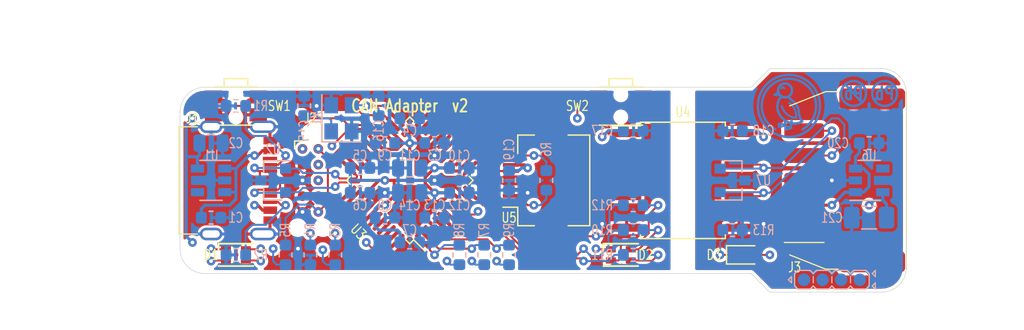
<source format=kicad_pcb>
(kicad_pcb (version 20211014) (generator pcbnew)
  (layers (0 "F.Cu" signal) (1 "In1.Cu" power) (2 "In2.Cu" power) (31 "B.Cu" signal) (34 "B.Paste" user) (35 "F.Paste" user) (36 "B.SilkS" user "B.Silkscreen") (37 "F.SilkS" user "F.Silkscreen") (38 "B.Mask" user) (39 "F.Mask" user) (44 "Edge.Cuts" user))
  (net 0 "")
  (net 1 "gnd")
  (net 2 "v3v3")
  (net 3 "can_gnd")
  (net 4 "can_vcan")
  (net 5 "vusb")
  (net 6 "led_can.res.a")
  (net 7 "rgb_usb.package.green_k")
  (net 8 "rgb_usb.package.red_k")
  (net 9 "crystal.crystal.a")
  (net 10 "usb_net.d_P")
  (net 11 "usb_net.d_N")
  (net 12 "rgb_can.blue_res.a")
  (net 13 "rgb_usb.package.blue_k")
  (net 14 "rgb_can.red_res.a")
  (net 15 "lcd.led_res.b")
  (net 16 "crystal.crystal.b")
  (net 17 "can_reg.pwr_out")
  (net 18 "rgb_can.package.green_k")
  (net 19 "usb.port.B5")
  (net 20 "usb.port.A5")
  (net 21 "mcu.swd.reset")
  (net 22 "lcd.led")
  (net 23 "sw_can.out")
  (net 24 "sw_usb.a")
  (net 25 "rgb_usb.green")
  (net 26 "rgb_can.green")
  (net 27 "rgb_can.blue")
  (net 28 "mcu.swd.swo")
  (net 29 "mcu.swd.swdio")
  (net 30 "mcu.swd.swclk")
  (net 31 "mcu.spi_1.sck")
  (net 32 "mcu.spi_1.mosi")
  (net 33 "mcu.digital_18")
  (net 34 "mcu.digital_17")
  (net 35 "mcu.digital_16")
  (net 36 "mcu.digital_15")
  (net 37 "mcu.digital_13")
  (net 38 "mcu.digital_12")
  (net 39 "mcu.can_0.txd")
  (net 40 "mcu.can_0.rxd")
  (net 41 "can_esd.can.canh")
  (net 42 "can.differential.canl")
  (footprint "Connector_FFC-FPC:Hirose_FH12-8S-0.5SH_1x08-1MP_P0.50mm_Horizontal" (layer "F.Cu") (at 174 56 90)
    (fp_text reference "U5")
    (fp_text value "QT096T_IF09, FH12-8S-0.5SH(55)")
  )
  (footprint "LED_SMD:LED_0603_1608Metric" (layer "F.Cu") (at 191 62)
    (fp_text reference "D3")
    (fp_text value "LED")
  )
  (footprint "Package_QFP:LQFP-48_7x7mm_P0.5mm" (layer "F.Cu") (at 164 56 135)
    (fp_text reference "U3")
    (fp_text value "LPC1549JBD48 (NXP)")
  )
  (footprint "calisco:LED_RGB_0606" (layer "F.Cu") (at 181 62)
    (fp_text reference "D2")
    (fp_text value "EAST1616RGBB2 (Everlight Electronics Co Ltd)")
  )
  (footprint "calisco:LED_RGB_0606" (layer "F.Cu") (at 150 62)
    (fp_text reference "D1")
    (fp_text value "EAST1616RGBB2 (Everlight Electronics Co Ltd)")
  )
  (footprint "Package_SO:SOP-8_6.62x9.15mm_P2.54mm" (layer "F.Cu") (at 186 56)
    (fp_text reference "U4")
    (fp_text value "ISO1050DUB (Texas Instruments)")
  )
  (footprint "calisco:USB_C_Receptacle_BSC_A40-00119" (layer "F.Cu") (at 148 56 -90)
    (fp_text reference "J1")
    (fp_text value "COM-15111 (Sparkfun)")
  )
  (footprint "Connector:Tag-Connect_TC2050-IDC-NL_2x05_P1.27mm_Vertical" (layer "F.Cu") (at 156 56 -90)
    (fp_text reference "J2")
    (fp_text value "SWD")
  )
  (footprint "calisco:Molex_DuraClik_502352_1x05_P2.00mm_Horizontal" (layer "F.Cu") (at 204 56 90)
    (fp_text reference "J3")
    (fp_text value "5023520500 (Molex)")
  )
  (footprint "Button_Switch_SMD:SW_SPST_EVQP7C" (layer "F.Cu") (at 150 50 180)
    (fp_text reference "SW1")
    (fp_text value "EVQ-P7C01P")
  )
  (footprint "Button_Switch_SMD:SW_SPST_EVQP7C" (layer "F.Cu") (at 181 50 180)
    (fp_text reference "SW2")
    (fp_text value "EVQ-P7C01P")
  )
  (footprint "Package_TO_SOT_SMD:SOT-23-5" (layer "B.Cu") (at 201 56)
    (fp_text reference "U6")
    (fp_text value "AP2204K-5.0 (Diodes Incorporated)")
  )
  (footprint "Capacitor_SMD:C_0603_1608Metric" (layer "B.Cu") (at 201 53)
    (fp_text reference "C20")
    (fp_text value "CL10A105KA8NNNC (Samsung Electro-Mechanics) - 1µF, 25V")
  )
  (footprint "Capacitor_SMD:C_0603_1608Metric" (layer "B.Cu") (at 155.5 50 90)
    (fp_text reference "C15")
    (fp_text value "CC0603GRNPO9BN180 (Yageo) - 18pF, 50V")
  )
  (footprint "Capacitor_SMD:C_0603_1608Metric" (layer "B.Cu") (at 161.5 50 90)
    (fp_text reference "C16")
    (fp_text value "CC0603GRNPO9BN180 (Yageo) - 18pF, 50V")
  )
  (footprint "Resistor_SMD:R_0603_1608Metric" (layer "B.Cu") (at 175 56 -90)
    (fp_text reference "R6")
    (fp_text value "100, 1%, 0.1W")
  )
  (footprint "Resistor_SMD:R_0603_1608Metric" (layer "B.Cu") (at 190 60)
    (fp_text reference "R13")
    (fp_text value "1k, 1%, 0.1W")
  )
  (footprint "Capacitor_SMD:C_0603_1608Metric" (layer "B.Cu") (at 160 55)
    (fp_text reference "C5")
    (fp_text value "CL10B104KB8NNNC (Samsung Electro-Mechanics) - 0.1µF, 50V")
  )
  (footprint "Resistor_SMD:R_0603_1608Metric" (layer "B.Cu") (at 154 62 90)
    (fp_text reference "R5")
    (fp_text value "10k, 1%, 0.1W")
  )
  (footprint "Resistor_SMD:R_0603_1608Metric" (layer "B.Cu") (at 156 62 90)
    (fp_text reference "R4")
    (fp_text value "10k, 1%, 0.1W")
  )
  (footprint "Resistor_SMD:R_0603_1608Metric" (layer "B.Cu") (at 158 62 90)
    (fp_text reference "R3")
    (fp_text value "10k, 1%, 0.1W")
  )
  (footprint "Capacitor_SMD:C_0603_1608Metric" (layer "B.Cu") (at 166 59)
    (fp_text reference "C13")
    (fp_text value "CL10B104KB8NNNC (Samsung Electro-Mechanics) - 0.1µF, 50V")
  )
  (footprint "Resistor_SMD:R_0603_1608Metric" (layer "B.Cu") (at 182 58 180)
    (fp_text reference "R12")
    (fp_text value "1k, 1%, 0.1W")
  )
  (footprint "Resistor_SMD:R_0603_1608Metric" (layer "B.Cu") (at 182 62 180)
    (fp_text reference "R11")
    (fp_text value "1k, 1%, 0.1W")
  )
  (footprint "Resistor_SMD:R_0603_1608Metric" (layer "B.Cu") (at 182 60 180)
    (fp_text reference "R10")
    (fp_text value "1k, 1%, 0.1W")
  )
  (footprint "Package_TO_SOT_SMD:SOT-23-5" (layer "B.Cu") (at 148 56 180)
    (fp_text reference "U1")
    (fp_text value "AP2204K-3.3 (Diodes Incorporated)")
  )
  (footprint "Capacitor_SMD:C_0603_1608Metric" (layer "B.Cu") (at 148 59)
    (fp_text reference "C1")
    (fp_text value "CL10A105KP8NNNC (Samsung Electro-Mechanics) - 1µF, 10V")
  )
  (footprint "Capacitor_SMD:C_0805_2012Metric" (layer "B.Cu") (at 148 53)
    (fp_text reference "C2")
    (fp_text value "CL21B225KPFNNNE (Samsung Electro-Mechanics) - 2.2µF, 10V")
  )
  (footprint "Capacitor_SMD:C_0603_1608Metric" (layer "B.Cu") (at 182 52)
    (fp_text reference "C17")
    (fp_text value "CL10B104KB8NNNC (Samsung Electro-Mechanics) - 0.1µF, 50V")
  )
  (footprint "calisco:Symbol_Duckling" (layer "B.Cu") (at 194.540188 50 180)
    (fp_text reference "U8" hide)
    (fp_text value "Duck" hide)
  )
  (footprint "calisco:Indicator_LeadFree" (layer "B.Cu") (at 201 49 180)
    (fp_text reference "1" hide)
    (fp_text value "LeadFree" hide)
  )
  (footprint "Capacitor_SMD:C_0603_1608Metric" (layer "B.Cu") (at 172 56 -90)
    (fp_text reference "C19")
    (fp_text value "CL10A105KP8NNNC (Samsung Electro-Mechanics) - 1µF, 10V")
  )
  (footprint "Package_TO_SOT_SMD:SOT-23" (layer "B.Cu") (at 190 56)
    (fp_text reference "U7")
    (fp_text value "PESD1CAN,215")
  )
  (footprint "Capacitor_SMD:C_0603_1608Metric" (layer "B.Cu") (at 190 52 180)
    (fp_text reference "C18")
    (fp_text value "CL10B104KB8NNNC (Samsung Electro-Mechanics) - 0.1µF, 50V")
  )
  (footprint "calisco:Indicator_IdDots_4" (layer "B.Cu") (at 198 64 180)
    (fp_text reference "2" hide)
    (fp_text value "IdDots4")
  )
  (footprint "Capacitor_SMD:C_0603_1608Metric" (layer "B.Cu") (at 164 51)
    (fp_text reference "C4")
    (fp_text value "CL10B103KB8NNNC (Samsung Electro-Mechanics) - 10000pF, 50V")
  )
  (footprint "Capacitor_SMD:C_0603_1608Metric" (layer "B.Cu") (at 168 57)
    (fp_text reference "C12")
    (fp_text value "CL10B104KB8NNNC (Samsung Electro-Mechanics) - 0.1µF, 50V")
  )
  (footprint "Capacitor_SMD:C_0805_2012Metric" (layer "B.Cu") (at 164 55 180)
    (fp_text reference "C11")
    (fp_text value "CL21A106KPFNNNE (Samsung Electro-Mechanics) - 10µF, 10V")
  )
  (footprint "Capacitor_SMD:C_0603_1608Metric" (layer "B.Cu") (at 168 55)
    (fp_text reference "C10")
    (fp_text value "CL10B104KB8NNNC (Samsung Electro-Mechanics) - 0.1µF, 50V")
  )
  (footprint "Capacitor_SMD:C_0603_1608Metric" (layer "B.Cu") (at 162 59)
    (fp_text reference "C8")
    (fp_text value "CL10B103KB8NNNC (Samsung Electro-Mechanics) - 10000pF, 50V")
  )
  (footprint "Capacitor_SMD:C_0603_1608Metric" (layer "B.Cu") (at 164 61)
    (fp_text reference "C7")
    (fp_text value "CL10B104KB8NNNC (Samsung Electro-Mechanics) - 0.1µF, 50V")
  )
  (footprint "Capacitor_SMD:C_0603_1608Metric" (layer "B.Cu") (at 160 57)
    (fp_text reference "C6")
    (fp_text value "CL10B103KB8NNNC (Samsung Electro-Mechanics) - 10000pF, 50V")
  )
  (footprint "Capacitor_SMD:C_0603_1608Metric" (layer "B.Cu") (at 166 53)
    (fp_text reference "C3")
    (fp_text value "CL10B104KB8NNNC (Samsung Electro-Mechanics) - 0.1µF, 50V")
  )
  (footprint "Capacitor_SMD:C_0805_2012Metric" (layer "B.Cu") (at 164 57 180)
    (fp_text reference "C14")
    (fp_text value "CL21A106KPFNNNE (Samsung Electro-Mechanics) - 10µF, 10V")
  )
  (footprint "Capacitor_SMD:C_1206_3216Metric" (layer "B.Cu") (at 201 59 180)
    (fp_text reference "C21")
    (fp_text value "CL31B225KOHNNNE (Samsung Electro-Mechanics) - 2.2µF, 16V")
  )
  (footprint "Resistor_SMD:R_0603_1608Metric" (layer "B.Cu") (at 150 62)
    (fp_text reference "R2")
    (fp_text value "5.1k, 1%, 0.1W")
  )
  (footprint "Resistor_SMD:R_0603_1608Metric" (layer "B.Cu") (at 150 50)
    (fp_text reference "R1")
    (fp_text value "5.1k, 1%, 0.1W")
  )
  (footprint "Package_TO_SOT_SMD:SOT-23" (layer "B.Cu") (at 153 56 180)
    (fp_text reference "U2")
    (fp_text value "TPD2E009 (Texas Instruments)")
  )
  (footprint "Capacitor_SMD:C_0603_1608Metric" (layer "B.Cu") (at 162 53 180)
    (fp_text reference "C9")
    (fp_text value "CL10B104KB8NNNC (Samsung Electro-Mechanics) - 0.1µF, 50V")
  )
  (footprint "Oscillator:Oscillator_SMD_Abracon_ASE-4Pin_3.2x2.5mm" (layer "B.Cu") (at 158.5 51 90)
    (fp_text reference "X1")
    (fp_text value "7V-12.000MAHE-T (TXC)")
  )
  (footprint "Resistor_SMD:R_0603_1608Metric" (layer "B.Cu") (at 168 62 90)
    (fp_text reference "R8")
    (fp_text value "1k, 1%, 0.1W")
  )
  (footprint "Resistor_SMD:R_0603_1608Metric" (layer "B.Cu") (at 170 62 90)
    (fp_text reference "R7")
    (fp_text value "1k, 1%, 0.1W")
  )
  (footprint "Resistor_SMD:R_0603_1608Metric" (layer "B.Cu") (at 172 62 90)
    (fp_text reference "R9")
    (fp_text value "1k, 1%, 0.1W")
  )
  (gr_line (start 191.5 63.5) (end 147.5 63.5) (layer "Edge.Cuts") (width 0.05))
  (gr_arc (start 147.5 63.5) (mid 146.085786 62.914214) (end 145.5 61.5) (layer "Edge.Cuts") (width 0.05))
  (gr_arc (start 202 47) (mid 203.414214 47.585786) (end 204 49) (layer "Edge.Cuts") (width 0.05))
  (gr_line (start 145.5 61.5) (end 145.5 50.5) (layer "Edge.Cuts") (width 0.05))
  (gr_line (start 193 65) (end 191.5 63.5) (layer "Edge.Cuts") (width 0.05))
  (gr_line (start 191.5 48.5) (end 193 47) (layer "Edge.Cuts") (width 0.05))
  (gr_arc (start 145.5 50.5) (mid 146.085786 49.085786) (end 147.5 48.5) (layer "Edge.Cuts") (width 0.05))
  (gr_line (start 147.5 48.5) (end 191.5 48.5) (layer "Edge.Cuts") (width 0.05))
  (gr_arc (start 204 63) (mid 203.414214 64.414214) (end 202 65) (layer "Edge.Cuts") (width 0.05))
  (gr_line (start 202 65) (end 193 65) (layer "Edge.Cuts") (width 0.05))
  (gr_line (start 204 49) (end 204 63) (layer "Edge.Cuts") (width 0.05))
  (gr_line (start 193 47) (end 202 47) (layer "Edge.Cuts") (width 0.05))
  (gr_text "CAN Adapter  v2" (at 164 50) (layer "F.SilkS") (effects (font (size 1 0.75))))
  (segment (start 166 56) (end 167.18198 56) (width 0.25) (layer "F.Cu") (net 1))
  (segment (start 165.75 53.75) (end 166 54) (width 0.25) (layer "F.Cu") (net 1))
  (segment (start 166.945714 54.114946) (end 166.114946 54.114946) (width 0.25) (layer "F.Cu") (net 1))
  (segment (start 167.18198 56) (end 168.534322 57.352342) (width 0.25) (layer "F.Cu") (net 1))
  (segment (start 162 57) (end 161.93934 57) (width 0.25) (layer "F.Cu") (net 1))
  (segment (start 161.93934 57) (end 160.526338 58.413002) (width 0.25) (layer "F.Cu") (net 1))
  (segment (start 166.321094 52.526338) (end 165.75 53.097432) (width 0.25) (layer "F.Cu") (net 1))
  (segment (start 152.745 52.8) (end 152.745 51.68) (width 0.25) (layer "F.Cu") (net 1))
  (segment (start 162 57) (end 161.232234 57) (width 0.25) (layer "F.Cu") (net 1))
  (segment (start 181.475 59.81) (end 179.81 59.81) (width 0.25) (layer "F.Cu") (net 1))
  (segment (start 172.15 57.25) (end 173.25 57.25) (width 0.25) (layer "F.Cu") (net 1))
  (segment (start 161.232234 57) (end 160.172785 58.059449) (width 0.25) (layer "F.Cu") (net 1))
  (segment (start 167.473662 53.586998) (end 166.945714 54.114946) (width 0.25) (layer "F.Cu") (net 1))
  (segment (start 152.745 59.2) (end 152.745 60.32) (width 0.25) (layer "F.Cu") (net 1))
  (segment (start 166.114946 54.114946) (end 166 54) (width 0.25) (layer "F.Cu") (net 1))
  (segment (start 173.25 57.25) (end 173.5 57) (width 0.25) (layer "F.Cu") (net 1))
  (segment (start 179.81 59.81) (end 179.5 59.5) (width 0.25) (layer "F.Cu") (net 1))
  (segment (start 165.75 53.097432) (end 165.75 53.75) (width 0.25) (layer "F.Cu") (net 1))
  (segment (start 166.413002 52.526338) (end 166.321094 52.526338) (width 0.25) (layer "F.Cu") (net 1))
  (via (at 155.365 58.54) (size 0.7) (drill 0.3) (layers "F.Cu" "B.Cu") (net 1))
  (via (at 155.365 56) (size 0.7) (drill 0.3) (layers "F.Cu" "B.Cu") (net 1))
  (via (at 162 57) (size 0.7) (drill 0.3) (layers "F.Cu" "B.Cu") (net 1))
  (via (at 155 61.5) (size 0.7) (drill 0.3) (layers "F.Cu" "B.Cu") (net 1))
  (via (at 166 54) (size 0.7) (drill 0.3) (layers "F.Cu" "B.Cu") (net 1))
  (via (at 166 56) (size 0.7) (drill 0.3) (layers "F.Cu" "B.Cu") (net 1))
  (via (at 179.5 59.5) (size 0.7) (drill 0.3) (layers "F.Cu" "B.Cu") (net 1))
  (via (at 173.5 57) (size 0.7) (drill 0.3) (layers "F.Cu" "B.Cu") (net 1))
  (segment (start 163.0625 56) (end 166 56) (width 0.25) (layer "B.Cu") (net 1))
  (segment (start 155.2875 62.7875) (end 155 62.5) (width 0.16) (layer "B.Cu") (net 1))
  (segment (start 164.7875 60.2875) (end 164.7875 61) (width 0.25) (layer "B.Cu") (net 1))
  (segment (start 165 52) (end 166.5 52) (width 0.25) (layer "B.Cu") (net 1))
  (segment (start 162 55) (end 163.0625 55) (width 0.25) (layer "B.Cu") (net 1))
  (segment (start 162.7875 59) (end 163.5 59) (width 0.25) (layer "B.Cu") (net 1))
  (segment (start 164.7875 51) (end 164.7875 51.7875) (width 0.25) (layer "B.Cu") (net 1))
  (segment (start 163.0625 57) (end 163.0625 56) (width 0.25) (layer "B.Cu") (net 1))
  (segment (start 160.7875 55) (end 162 55) (width 0.25) (layer "B.Cu") (net 1))
  (segment (start 163.0625 55) (end 163.0625 54) (width 0.25) (layer "B.Cu") (net 1))
  (segment (start 168.5 58) (end 168.7875 57.7125) (width 0.25) (layer "B.Cu") (net 1))
  (segment (start 166.5 52) (end 166.7875 52.2875) (width 0.25) (layer "B.Cu") (net 1))
  (segment (start 155 62.5) (end 155 61.5) (width 0.16) (layer "B.Cu") (net 1))
  (segment (start 163.0625 56) (end 163.0625 55) (width 0.25) (layer "B.Cu") (net 1))
  (segment (start 163.5 59) (end 164.7875 60.2875) (width 0.25) (layer "B.Cu") (net 1))
  (segment (start 162 57) (end 163.0625 57) (width 0.25) (layer "B.Cu") (net 1))
  (segment (start 160.7875 57) (end 162 57) (width 0.25) (layer "B.Cu") (net 1))
  (segment (start 162.7875 58.2125) (end 162.7875 59) (width 0.25) (layer "B.Cu") (net 1))
  (segment (start 163.0625 57) (end 163.0625 57.9375) (width 0.25) (layer "B.Cu") (net 1))
  (segment (start 168.7875 57) (end 168.7875 55) (width 0.25) (layer "B.Cu") (net 1))
  (segment (start 168.7875 55) (end 168.7875 54.2875) (width 0.25) (layer "B.Cu") (net 1))
  (segment (start 166.7875 53) (end 166.7875 54) (width 0.25) (layer "B.Cu") (net 1))
  (segment (start 163.0625 54) (end 161.5 54) (width 0.25) (layer "B.Cu") (net 1))
  (segment (start 167 58) (end 168.5 58) (width 0.25) (layer "B.Cu") (net 1))
  (segment (start 156 62.7875) (end 155.2875 62.7875) (width 0.16) (layer "B.Cu") (net 1))
  (segment (start 166.7875 59) (end 166.7875 58.2125) (width 0.25) (layer "B.Cu") (net 1))
  (segment (start 163.0625 54) (end 166 54) (width 0.25) (layer "B.Cu") (net 1))
  (segment (start 166 56) (end 168.7875 56) (width 0.25) (layer "B.Cu") (net 1))
  (segment (start 163.0625 57.9375) (end 162.7875 58.2125) (width 0.25) (layer "B.Cu") (net 1))
  (segment (start 172.7875 56.7875) (end 173 57) (width 0.25) (layer "B.Cu") (net 1))
  (segment (start 164.7875 51.7875) (end 165 52) (width 0.25) (layer "B.Cu") (net 1))
  (segment (start 173 57) (end 173.5 57) (width 0.25) (layer "B.Cu") (net 1))
  (segment (start 168.5 54) (end 166 54) (width 0.25) (layer "B.Cu") (net 1))
  (segment (start 166.7875 52.2875) (end 166.7875 53) (width 0.25) (layer "B.Cu") (net 1))
  (segment (start 172 56.7875) (end 172.7875 56.7875) (width 0.25) (layer "B.Cu") (net 1))
  (segment (start 166.7875 58.2125) (end 167 58) (width 0.25) (layer "B.Cu") (net 1))
  (segment (start 168.7875 57.7125) (end 168.7875 57) (width 0.25) (layer "B.Cu") (net 1))
  (segment (start 168.7875 54.2875) (end 168.5 54) (width 0.25) (layer "B.Cu") (net 1))
  (segment (start 161.2125 53.7125) (end 161.5 54) (width 0.25) (layer "B.Cu") (net 1))
  (segment (start 161.2125 53) (end 161.2125 53.7125) (width 0.25) (layer "B.Cu") (net 1))
  (segment (start 162.75 57.25) (end 162.75 56) (width 0.25) (layer "F.Cu") (net 2))
  (segment (start 167 57) (end 166 57) (width 0.25) (layer "F.Cu") (net 2))
  (segment (start 149.2 61.55) (end 148.05 61.55) (width 0.16) (layer "F.Cu") (net 2))
  (segment (start 167 55.25) (end 167.93198 55.25) (width 0.25) (layer "F.Cu") (net 2))
  (segment (start 162 58) (end 162.75 57.25) (width 0.25) (layer "F.Cu") (net 2))
  (segment (start 172.15 54.75) (end 173.25 54.75) (width 0.25) (layer "F.Cu") (net 2))
  (segment (start 161.233445 52.879891) (end 161.853554 53.5) (width 0.25) (layer "F.Cu") (net 2))
  (segment (start 166.75 55) (end 167 55.25) (width 0.25) (layer "F.Cu") (net 2))
  (segment (start 161.646446 58) (end 162 58) (width 0.25) (layer "F.Cu") (net 2))
  (segment (start 163.237437 52.762563) (end 163.474874 53) (width 0.25) (layer "F.Cu") (net 2))
  (segment (start 166.767766 55) (end 166 55) (width 0.25) (layer "F.Cu") (net 2))
  (segment (start 167.474874 57) (end 167 57) (width 0.25) (layer "F.Cu") (net 2))
  (segment (start 166 57) (end 165.25 56.25) (width 0.25) (layer "F.Cu") (net 2))
  (segment (start 164 53) (end 164 56) (width 0.25) (layer "F.Cu") (net 2))
  (segment (start 163.474874 53) (end 164 53) (width 0.25) (layer "F.Cu") (net 2))
  (segment (start 162 56) (end 163 56) (width 0.25) (layer "F.Cu") (net 2))
  (segment (start 167.93198 55.25) (end 168.534322 54.647658) (width 0.25) (layer "F.Cu") (net 2))
  (segment (start 168.180769 57.705895) (end 167.474874 57) (width 0.25) (layer "F.Cu") (net 2))
  (segment (start 164 56) (end 165.25 56) (width 0.25) (layer "F.Cu") (net 2))
  (segment (start 162.75 56) (end 163 56) (width 0.25) (layer "F.Cu") (net 2))
  (segment (start 161.525126 56) (end 162 56) (width 0.25) (layer "F.Cu") (net 2))
  (segment (start 161.853554 53.5) (end 162.974874 53.5) (width 0.25) (layer "F.Cu") (net 2))
  (segment (start 165.25 56.25) (end 165.25 55.75) (width 0.25) (layer "F.Cu") (net 2))
  (segment (start 159.819231 57.705895) (end 161.525126 56) (width 0.25) (layer "F.Cu") (net 2))
  (segment (start 160.879891 58.766555) (end 161.646446 58) (width 0.25) (layer "F.Cu") (net 2))
  (segment (start 179.05 61.55) (end 179 61.5) (width 0.16) (layer "F.Cu") (net 2))
  (segment (start 167.827215 53.940551) (end 166.767766 55) (width 0.25) (layer "F.Cu") (net 2))
  (segment (start 162.974874 53.5) (end 163.474874 53) (width 0.25) (layer "F.Cu") (net 2))
  (segment (start 163 56) (end 164 56) (width 0.25) (layer "F.Cu") (net 2))
  (segment (start 180.2 61.55) (end 179.05 61.55) (width 0.16) (layer "F.Cu") (net 2))
  (segment (start 165.25 55.75) (end 166 55) (width 0.25) (layer "F.Cu") (net 2))
  (segment (start 148.05 61.55) (end 148 61.5) (width 0.16) (layer "F.Cu") (net 2))
  (segment (start 179.81 52.19) (end 179.5 52.5) (width 0.25) (layer "F.Cu") (net 2))
  (segment (start 162.294105 51.819231) (end 163.237437 52.762563) (width 0.25) (layer "F.Cu") (net 2))
  (segment (start 181.475 52.19) (end 179.81 52.19) (width 0.25) (layer "F.Cu") (net 2))
  (segment (start 173.25 54.75) (end 173.5 55) (width 0.25) (layer "F.Cu") (net 2))
  (segment (start 166 55) (end 166.75 55) (width 0.25) (layer "F.Cu") (net 2))
  (via (at 162 58) (size 0.7) (drill 0.3) (layers "F.Cu" "B.Cu") (net 2))
  (via (at 166 57) (size 0.7) (drill 0.3) (layers "F.Cu" "B.Cu") (net 2))
  (via (at 179.5 52.5) (size 0.7) (drill 0.3) (layers "F.Cu" "B.Cu") (net 2))
  (via (at 166 55) (size 0.7) (drill 0.3) (layers "F.Cu" "B.Cu") (net 2))
  (via (at 153 61.5) (size 0.7) (drill 0.3) (layers "F.Cu" "B.Cu") (net 2))
  (via (at 164 53) (size 0.7) (drill 0.3) (layers "F.Cu" "B.Cu") (net 2))
  (via (at 179 61.5) (size 0.7) (drill 0.3) (layers "F.Cu" "B.Cu") (net 2))
  (via (at 162 56) (size 0.7) (drill 0.3) (layers "F.Cu" "B.Cu") (net 2))
  (via (at 155.365 53.46) (size 0.7) (drill 0.3) (layers "F.Cu" "B.Cu") (net 2))
  (via (at 173.5 55) (size 0.7) (drill 0.3) (layers "F.Cu" "B.Cu") (net 2))
  (via (at 157 61.59) (size 0.7) (drill 0.3) (layers "F.Cu" "B.Cu") (net 2))
  (via (at 146.5 51) (size 0.7) (drill 0.3) (layers "F.Cu" "B.Cu") (net 2))
  (via (at 146.5 61) (size 0.7) (drill 0.3) (layers "F.Cu" "B.Cu") (net 2))
  (via (at 148 61.5) (size 0.7) (drill 0.3) (layers "F.Cu" "B.Cu") (net 2))
  (segment (start 158 62.7875) (end 157.2875 62.7875) (width 0.16) (layer "B.Cu") (net 2))
  (segment (start 157 62.5) (end 157 61.59) (width 0.16) (layer "B.Cu") (net 2))
  (segment (start 146 51.5) (end 146.5 51) (width 0.25) (layer "B.Cu") (net 2))
  (segment (start 181.2125 52) (end 180 52) (width 0.25) (layer "B.Cu") (net 2))
  (segment (start 161.5 58) (end 162 58) (width 0.25) (layer "B.Cu") (net 2))
  (segment (start 161.2125 59.7125) (end 161.5 60) (width 0.25) (layer "B.Cu") (net 2))
  (segment (start 162.7875 53) (end 164 53) (width 0.25) (layer "B.Cu") (net 2))
  (segment (start 167.2125 57) (end 166 57) (width 0.25) (layer "B.Cu") (net 2))
  (segment (start 153.2875 62.7875) (end 153 62.5) (width 0.16) (layer "B.Cu") (net 2))
  (segment (start 146 54) (end 146 60.5) (width 0.25) (layer "B.Cu") (net 2))
  (segment (start 163.2125 51.7125) (end 164 52.5) (width 0.25) (layer "B.Cu") (net 2))
  (segment (start 165.2125 59) (end 165.2125 58.2875) (width 0.25) (layer "B.Cu") (net 2))
  (segment (start 164 52.5) (end 164 53) (width 0.25) (layer "B.Cu") (net 2))
  (segment (start 173 55) (end 173.5 55) (width 0.25) (layer "B.Cu") (net 2))
  (segment (start 157.2875 62.7875) (end 157 62.5) (width 0.16) (layer "B.Cu") (net 2))
  (segment (start 146 54) (end 146 51.5) (width 0.25) (layer "B.Cu") (net 2))
  (segment (start 161.2125 59) (end 161.2125 59.7125) (width 0.25) (layer "B.Cu") (net 2))
  (segment (start 165.2125 58.2875) (end 166 57.5) (width 0.25) (layer "B.Cu") (net 2))
  (segment (start 146.1 54.1) (end 146 54) (width 0.25) (layer "B.Cu") (net 2))
  (segment (start 146.9 54.1) (end 146.9 54.6) (width 0.25) (layer "B.Cu") (net 2))
  (segment (start 159.2125 56) (end 162 56) (width 0.25) (layer "B.Cu") (net 2))
  (segment (start 159.2125 57) (end 159.2125 56) (width 0.25) (layer "B.Cu") (net 2))
  (segment (start 172 55.2125) (end 172.7875 55.2125) (width 0.25) (layer "B.Cu") (net 2))
  (segment (start 164.9375 57) (end 166 57) (width 0.25) (layer "B.Cu") (net 2))
  (segment (start 161.2125 58.2875) (end 161.5 58) (width 0.25) (layer "B.Cu") (net 2))
  (segment (start 154 62.7875) (end 153.2875 62.7875) (width 0.16) (layer "B.Cu") (net 2))
  (segment (start 146 60.5) (end 146.5 61) (width 0.25) (layer "B.Cu") (net 2))
  (segment (start 146.9 54.6) (end 146.9 55.05) (width 0.25) (layer "B.Cu") (net 2))
  (segment (start 147.0625 53) (end 147.0625 53.9375) (width 0.25) (layer "B.Cu") (net 2))
  (segment (start 147.0625 53.9375) (end 146.9 54.1) (width 0.25) (layer "B.Cu") (net 2))
  (segment (start 163.2125 51) (end 163.2125 51.7125) (width 0.25) (layer "B.Cu") (net 2))
  (segment (start 163.2125 61) (end 163.2125 60.2125) (width 0.25) (layer "B.Cu") (net 2))
  (segment (start 159.2125 55) (end 159.2125 56) (width 0.25) (layer "B.Cu") (net 2))
  (segment (start 164.9375 55) (end 166 55) (width 0.25) (layer "B.Cu") (net 2))
  (segment (start 166 57.5) (end 166 57) (width 0.25) (layer "B.Cu") (net 2))
  (segment (start 146.9 54.1) (end 146.1 54.1) (width 0.25) (layer "B.Cu") (net 2))
  (segment (start 163.2125 60.2125) (end 163 60) (width 0.25) (layer "B.Cu") (net 2))
  (segment (start 166 55) (end 167.2125 55) (width 0.25) (layer "B.Cu") (net 2))
  (segment (start 161.2125 59) (end 161.2125 58.2875) (width 0.25) (layer "B.Cu") (net 2))
  (segment (start 163 60) (end 161.5 60) (width 0.25) (layer "B.Cu") (net 2))
  (segment (start 172.7875 55.2125) (end 173 55) (width 0.25) (layer "B.Cu") (net 2))
  (segment (start 153 62.5) (end 153 61.5) (width 0.16) (layer "B.Cu") (net 2))
  (segment (start 180 52) (end 179.5 52.5) (width 0.25) (layer "B.Cu") (net 2))
  (segment (start 165.2125 53) (end 164 53) (width 0.25) (layer "B.Cu") (net 2))
  (segment (start 195.77 56) (end 198 56) (width 0.25) (layer "F.Cu") (net 3))
  (segment (start 192.19 59.81) (end 192.5 59.5) (width 0.25) (layer "F.Cu") (net 3))
  (segment (start 195.42 56) (end 197 56) (width 0.25) (layer "F.Cu") (net 3))
  (segment (start 190.525 59.81) (end 192.19 59.81) (width 0.25) (layer "F.Cu") (net 3))
  (via (at 198 56) (size 0.7) (drill 0.3) (layers "F.Cu" "B.Cu") (net 3))
  (via (at 192.5 59.5) (size 0.7) (drill 0.3) (layers "F.Cu" "B.Cu") (net 3))
  (segment (start 195.77 58) (end 198 58) (width 0.25) (layer "F.Cu") (net 4))
  (via (at 198 58) (size 0.7) (drill 0.3) (layers "F.Cu" "B.Cu") (net 4))
  (segment (start 199.05 56.95) (end 198 58) (width 0.25) (layer "B.Cu") (net 4))
  (segment (start 200.55 56.95) (end 201 56.5) (width 0.25) (layer "B.Cu") (net 4))
  (segment (start 199.9 56.95) (end 199.05 56.95) (width 0.25) (layer "B.Cu") (net 4))
  (segment (start 199.9 54.1) (end 200.2125 53.7875) (width 0.25) (layer "B.Cu") (net 4))
  (segment (start 199.9 56.95) (end 200.55 56.95) (width 0.25) (layer "B.Cu") (net 4))
  (segment (start 199.9 55.05) (end 199.9 54.1) (width 0.25) (layer "B.Cu") (net 4))
  (segment (start 201 55.5) (end 200.55 55.05) (width 0.25) (layer "B.Cu") (net 4))
  (segment (start 201 56.5) (end 201 55.5) (width 0.25) (layer "B.Cu") (net 4))
  (segment (start 200.2125 53.7875) (end 200.2125 53) (width 0.25) (layer "B.Cu") (net 4))
  (segment (start 200.55 55.05) (end 199.9 55.05) (width 0.25) (layer "B.Cu") (net 4))
  (segment (start 151.5 57.999916) (end 151.499916 58) (width 0.25) (layer "F.Cu") (net 5))
  (segment (start 152.156998 53.6) (end 151.756998 54) (width 0.25) (layer "F.Cu") (net 5))
  (segment (start 152.745 58.4) (end 152.156998 58.4) (width 0.25) (layer "F.Cu") (net 5))
  (segment (start 151.756998 54) (end 151.5 54) (width 0.25) (layer "F.Cu") (net 5))
  (segment (start 152.156998 58.4) (end 151.756998 58) (width 0.25) (layer "F.Cu") (net 5))
  (segment (start 151.756998 58) (end 151.499916 58) (width 0.25) (layer "F.Cu") (net 5))
  (segment (start 152.745 53.6) (end 152.156998 53.6) (width 0.25) (layer "F.Cu") (net 5))
  (via (at 151.499916 58) (size 0.7) (drill 0.3) (layers "F.Cu" "B.Cu") (net 5))
  (via (at 151.5 54) (size 0.7) (drill 0.3) (layers "F.Cu" "B.Cu") (net 5))
  (segment (start 147.5 58) (end 149.5 58) (width 0.25) (layer "B.Cu") (net 5))
  (segment (start 151.5 54) (end 151.05 54) (width 0.25) (layer "B.Cu") (net 5))
  (segment (start 150 55.05) (end 150 57.5) (width 0.25) (layer "B.Cu") (net 5))
  (segment (start 149.5 58) (end 150 57.5) (width 0.25) (layer "B.Cu") (net 5))
  (segment (start 149.1 55.05) (end 150 55.05) (width 0.25) (layer "B.Cu") (net 5))
  (segment (start 147.2125 59) (end 147.2125 58.2875) (width 0.25) (layer "B.Cu") (net 5))
  (segment (start 150 57.5) (end 150 57.45) (width 0.25) (layer "B.Cu") (net 5))
  (segment (start 151.05 54) (end 150 55.05) (width 0.25) (layer "B.Cu") (net 5))
  (segment (start 149.1 56.95) (end 150 56.95) (width 0.25) (layer "B.Cu") (net 5))
  (segment (start 151.499916 54.000084) (end 151.5 54) (width 0.25) (layer "B.Cu") (net 5))
  (segment (start 147.2125 58.2875) (end 147.5 58) (width 0.25) (layer "B.Cu") (net 5))
  (segment (start 190.2125 62) (end 189 62) (width 0.16) (layer "F.Cu") (net 6))
  (via (at 189 62) (size 0.7) (drill 0.3) (layers "F.Cu" "B.Cu") (net 6))
  (segment (start 189 61) (end 189 62) (width 0.16) (layer "B.Cu") (net 6))
  (segment (start 189.2125 60.7875) (end 189 61) (width 0.16) (layer "B.Cu") (net 6))
  (segment (start 189.2125 60) (end 189.2125 60.7875) (width 0.16) (layer "B.Cu") (net 6))
  (segment (start 150.8 62.45) (end 151.95 62.45) (width 0.16) (layer "F.Cu") (net 7))
  (segment (start 151.95 62.45) (end 152 62.5) (width 0.16) (layer "F.Cu") (net 7))
  (via (at 152 62.5) (size 0.7) (drill 0.3) (layers "F.Cu" "B.Cu") (net 7))
  (via (at 167 62.5) (size 0.7) (drill 0.3) (layers "F.Cu" "B.Cu") (net 7))
  (segment (start 168 62.7875) (end 167.2875 62.7875) (width 0.16) (layer "B.Cu") (net 7))
  (segment (start 167.2875 62.7875) (end 167 62.5) (width 0.16) (layer "B.Cu") (net 7))
  (segment (start 150.8 61.55) (end 151.95 61.55) (width 0.16) (layer "F.Cu") (net 8))
  (segment (start 151.95 61.55) (end 152 61.5) (width 0.16) (layer "F.Cu") (net 8))
  (via (at 169 62.5) (size 0.7) (drill 0.3) (layers "F.Cu" "B.Cu") (net 8))
  (via (at 152 61.5) (size 0.7) (drill 0.3) (layers "F.Cu" "B.Cu") (net 8))
  (segment (start 169.2875 62.7875) (end 169 62.5) (width 0.16) (layer "B.Cu") (net 8))
  (segment (start 170 62.7875) (end 169.2875 62.7875) (width 0.16) (layer "B.Cu") (net 8))
  (segment (start 161.93198 50.75) (end 160.25 50.75) (width 0.16) (layer "F.Cu") (net 9))
  (segment (start 162.647658 51.465678) (end 161.93198 50.75) (width 0.16) (layer "F.Cu") (net 9))
  (segment (start 156.5 50) (end 159.5 50) (width 0.16) (layer "F.Cu") (net 9))
  (segment (start 159.5 50) (end 160.25 50.75) (width 0.16) (layer "F.Cu") (net 9))
  (via (at 156.5 50) (size 0.7) (drill 0.3) (layers "F.Cu" "B.Cu") (net 9))
  (segment (start 157.5 51) (end 156.75 51) (width 0.16) (layer "B.Cu") (net 9))
  (segment (start 156.5375 50.7875) (end 156.75 51) (width 0.16) (layer "B.Cu") (net 9))
  (segment (start 155.5 50.7875) (end 156.5375 50.7875) (width 0.16) (layer "B.Cu") (net 9))
  (segment (start 157.675 52.05) (end 157.675 51.175) (width 0.16) (layer "B.Cu") (net 9))
  (segment (start 156.5 50) (end 156.5 50.7875) (width 0.16) (layer "B.Cu") (net 9))
  (segment (start 157.675 51.175) (end 157.5 51) (width 0.16) (layer "B.Cu") (net 9))
  (segment (start 158 56.5) (end 158.337712 56.162288) (width 0.16) (layer "F.Cu") (net 10))
  (segment (start 151.75 56.75) (end 151.5 57) (width 0.16) (layer "F.Cu") (net 10))
  (segment (start 153.402002 56.75) (end 153.560001 56.592001) (width 0.16) (layer "F.Cu") (net 10))
  (segment (start 153.402002 55.75) (end 152.745 55.75) (width 0.16) (layer "F.Cu") (net 10))
  (segment (start 153.560001 56.439999) (end 153.560001 55.907999) (width 0.16) (layer "F.Cu") (net 10))
  (segment (start 153.560001 55.907999) (end 153.402002 55.75) (width 0.16) (layer "F.Cu") (net 10))
  (segment (start 160.070011 55.974829) (end 160.070011 55.251991) (width 0.16) (layer "F.Cu") (net 10))
  (segment (start 152.745 56.75) (end 153.402002 56.75) (width 0.16) (layer "F.Cu") (net 10))
  (segment (start 153.560001 56.592001) (end 153.560001 56.439999) (width 0.16) (layer "F.Cu") (net 10))
  (segment (start 158.337712 56.162288) (end 159.882552 56.162288) (width 0.16) (layer "F.Cu") (net 10))
  (segment (start 152.745 56.75) (end 151.75 56.75) (width 0.16) (layer "F.Cu") (net 10))
  (segment (start 159.882552 56.162288) (end 160.070011 55.974829) (width 0.16) (layer "F.Cu") (net 10))
  (segment (start 160.070011 55.251991) (end 159.465678 54.647658) (width 0.16) (layer "F.Cu") (net 10))
  (via (at 158 56.5) (size 0.7) (drill 0.3) (layers "F.Cu" "B.Cu") (net 10))
  (via (at 151.5 57) (size 0.7) (drill 0.3) (layers "F.Cu" "B.Cu") (net 10))
  (segment (start 153.95 57) (end 154 56.95) (width 0.16) (layer "B.Cu") (net 10))
  (segment (start 151.5 57) (end 153.95 57) (width 0.16) (layer "B.Cu") (net 10))
  (segment (start 155.4 56.6) (end 157.9 56.6) (width 0.16) (layer "B.Cu") (net 10))
  (segment (start 154 56.95) (end 155.05 56.95) (width 0.16) (layer "B.Cu") (net 10))
  (segment (start 155.05 56.95) (end 155.4 56.6) (width 0.16) (layer "B.Cu") (net 10))
  (segment (start 157.9 56.6) (end 158 56.5) (width 0.16) (layer "B.Cu") (net 10))
  (segment (start 151.929999 55.929999) (end 151.929999 55.25) (width 0.16) (layer "F.Cu") (net 11))
  (segment (start 152.087998 56.25) (end 151.929999 56.092001) (width 0.16) (layer "F.Cu") (net 11))
  (segment (start 151.75 55.25) (end 151.5 55) (width 0.16) (layer "F.Cu") (net 11))
  (segment (start 152.745 55.25) (end 151.75 55.25) (width 0.16) (layer "F.Cu") (net 11))
  (segment (start 151.929999 56.092001) (end 151.929999 55.929999) (width 0.16) (layer "F.Cu") (net 11))
  (segment (start 159.75 55.639088) (end 159.112124 55.001212) (width 0.16) (layer "F.Cu") (net 11))
  (segment (start 152.087998 55.25) (end 152.745 55.25) (width 0.16) (layer "F.Cu") (net 11))
  (segment (start 152.745 56.25) (end 152.087998 56.25) (width 0.16) (layer "F.Cu") (net 11))
  (segment (start 159.75 55.75) (end 159.657723 55.842277) (width 0.16) (layer "F.Cu") (net 11))
  (segment (start 159.75 55.75) (end 159.75 55.639088) (width 0.16) (layer "F.Cu") (net 11))
  (segment (start 158 55.5) (end 158.342277 55.842277) (width 0.16) (layer "F.Cu") (net 11))
  (segment (start 158.342277 55.842277) (end 159.657723 55.842277) (width 0.16) (layer "F.Cu") (net 11))
  (segment (start 151.929999 55.929999) (end 151.929999 55.407999) (width 0.16) (layer "F.Cu") (net 11))
  (via (at 151.5 55) (size 0.7) (drill 0.3) (layers "F.Cu" "B.Cu") (net 11))
  (via (at 158 55.5) (size 0.7) (drill 0.3) (layers "F.Cu" "B.Cu") (net 11))
  (segment (start 157.9 55.4) (end 158 55.5) (width 0.16) (layer "B.Cu") (net 11))
  (segment (start 155.05 55.05) (end 155.4 55.4) (width 0.16) (layer "B.Cu") (net 11))
  (segment (start 151.5 55) (end 153.95 55) (width 0.16) (layer "B.Cu") (net 11))
  (segment (start 154 55.05) (end 155.05 55.05) (width 0.16) (layer "B.Cu") (net 11))
  (segment (start 155.4 55.4) (end 157.9 55.4) (width 0.16) (layer "B.Cu") (net 11))
  (segment (start 153.95 55) (end 154 55.05) (width 0.16) (layer "B.Cu") (net 11))
  (segment (start 183.25 60.25) (end 183.25 58.75) (width 0.16) (layer "F.Cu") (net 12))
  (segment (start 180.8 62.45) (end 181 62.25) (width 0.16) (layer "F.Cu") (net 12))
  (segment (start 183.25 58.75) (end 184 58) (width 0.16) (layer "F.Cu") (net 12))
  (segment (start 181.267998 61) (end 182.5 61) (width 0.16) (layer "F.Cu") (net 12))
  (segment (start 182.5 61) (end 183.25 60.25) (width 0.16) (layer "F.Cu") (net 12))
  (segment (start 181 61.267998) (end 181.267998 61) (width 0.16) (layer "F.Cu") (net 12))
  (segment (start 180.2 62.45) (end 180.8 62.45) (width 0.16) (layer "F.Cu") (net 12))
  (segment (start 181 62.25) (end 181 61.267998) (width 0.16) (layer "F.Cu") (net 12))
  (via (at 184 58) (size 0.7) (drill 0.3) (layers "F.Cu" "B.Cu") (net 12))
  (segment (start 182.7875 58) (end 184 58) (width 0.16) (layer "B.Cu") (net 12))
  (segment (start 148.05 62.45) (end 148 62.5) (width 0.16) (layer "F.Cu") (net 13))
  (segment (start 149.2 62.45) (end 148.05 62.45) (width 0.16) (layer "F.Cu") (net 13))
  (via (at 148 62.5) (size 0.7) (drill 0.3) (layers "F.Cu" "B.Cu") (net 13))
  (via (at 171 62.5) (size 0.7) (drill 0.3) (layers "F.Cu" "B.Cu") (net 13))
  (segment (start 171.2875 62.7875) (end 171 62.5) (width 0.16) (layer "B.Cu") (net 13))
  (segment (start 172 62.7875) (end 171.2875 62.7875) (width 0.16) (layer "B.Cu") (net 13))
  (segment (start 182.45 61.55) (end 184 60) (width 0.16) (layer "F.Cu") (net 14))
  (segment (start 181.8 61.55) (end 182.45 61.55) (width 0.16) (layer "F.Cu") (net 14))
  (via (at 184 60) (size 0.7) (drill 0.3) (layers "F.Cu" "B.Cu") (net 14))
  (segment (start 182.7875 60) (end 184 60) (width 0.16) (layer "B.Cu") (net 14))
  (segment (start 173.25 57.75) (end 173.5 58) (width 0.16) (layer "F.Cu") (net 15))
  (segment (start 173.5 58) (end 174 58) (width 0.16) (layer "F.Cu") (net 15))
  (segment (start 172.15 57.75) (end 173.25 57.75) (width 0.16) (layer "F.Cu") (net 15))
  (via (at 174 58) (size 0.7) (drill 0.3) (layers "F.Cu" "B.Cu") (net 15))
  (segment (start 174.5 58) (end 174 58) (width 0.16) (layer "B.Cu") (net 15))
  (segment (start 175 57.5) (end 174.5 58) (width 0.16) (layer "B.Cu") (net 15))
  (segment (start 175 56.7875) (end 175 57.5) (width 0.16) (layer "B.Cu") (net 15))
  (segment (start 161.889088 50) (end 160.5 50) (width 0.16) (layer "F.Cu") (net 16))
  (segment (start 163.001212 51.112124) (end 161.889088 50) (width 0.16) (layer "F.Cu") (net 16))
  (via (at 160.5 50) (size 0.7) (drill 0.3) (layers "F.Cu" "B.Cu") (net 16))
  (segment (start 161.25 50) (end 160.5 50) (width 0.16) (layer "B.Cu") (net 16))
  (segment (start 161.5 50.25) (end 161.25 50) (width 0.16) (layer "B.Cu") (net 16))
  (segment (start 161.5 50.7875) (end 161.5 50.25) (width 0.16) (layer "B.Cu") (net 16))
  (segment (start 159.325 49.95) (end 160.45 49.95) (width 0.16) (layer "B.Cu") (net 16))
  (segment (start 160.45 49.95) (end 160.5 50) (width 0.16) (layer "B.Cu") (net 16))
  (segment (start 190.525 52.19) (end 192.19 52.19) (width 0.25) (layer "F.Cu") (net 17))
  (segment (start 192.19 52.19) (end 192.5 52.5) (width 0.25) (layer "F.Cu") (net 17))
  (segment (start 191.7875 62) (end 193 62) (width 0.16) (layer "F.Cu") (net 17))
  (via (at 201 58) (size 0.7) (drill 0.3) (layers "F.Cu" "B.Cu") (net 17))
  (via (at 192.5 52.5) (size 0.7) (drill 0.3) (layers "F.Cu" "B.Cu") (net 17))
  (via (at 193 62) (size 0.7) (drill 0.3) (layers "F.Cu" "B.Cu") (net 17))
  (segment (start 190.7875 52) (end 192 52) (width 0.25) (layer "B.Cu") (net 17))
  (segment (start 202.1 57.6) (end 202.1 56.95) (width 0.25) (layer "B.Cu") (net 17))
  (segment (start 202.4 59) (end 202.4 57.9) (width 0.25) (layer "B.Cu") (net 17))
  (segment (start 192 52) (end 192.5 52.5) (width 0.25) (layer "B.Cu") (net 17))
  (segment (start 201.4 57.6) (end 201 58) (width 0.25) (layer "B.Cu") (net 17))
  (segment (start 202.1 57.6) (end 201.4 57.6) (width 0.25) (layer "B.Cu") (net 17))
  (segment (start 202.4 57.9) (end 202.1 57.6) (width 0.25) (layer "B.Cu") (net 17))
  (segment (start 183.55 62.45) (end 184 62) (width 0.16) (layer "F.Cu") (net 18))
  (segment (start 181.8 62.45) (end 183.55 62.45) (width 0.16) (layer "F.Cu") (net 18))
  (via (at 184 62) (size 0.7) (drill 0.3) (layers "F.Cu" "B.Cu") (net 18))
  (segment (start 182.7875 62) (end 184 62) (width 0.16) (layer "B.Cu") (net 18))
  (segment (start 152.745 57.75) (end 153.402002 57.75) (width 0.16) (layer "F.Cu") (net 19))
  (segment (start 153.652002 58) (end 154 58) (width 0.16) (layer "F.Cu") (net 19))
  (segment (start 153.402002 57.75) (end 153.652002 58) (width 0.16) (layer "F.Cu") (net 19))
  (via (at 154 58) (size 0.7) (drill 0.3) (layers "F.Cu" "B.Cu") (net 19))
  (segment (start 153 59) (end 154 58) (width 0.16) (layer "B.Cu") (net 19))
  (segment (start 151.323478 59.57999) (end 152.42001 59.57999) (width 0.16) (layer "B.Cu") (net 19))
  (segment (start 150.7875 60.115968) (end 151.323478 59.57999) (width 0.16) (layer "B.Cu") (net 19))
  (segment (start 152.42001 59.57999) (end 153 59) (width 0.16) (layer "B.Cu") (net 19))
  (segment (start 150.7875 62) (end 150.7875 60.115968) (width 0.16) (layer "B.Cu") (net 19))
  (segment (start 152.745 54.75) (end 153.402002 54.75) (width 0.16) (layer "F.Cu") (net 20))
  (segment (start 154 54.152002) (end 154 54) (width 0.16) (layer "F.Cu") (net 20))
  (segment (start 153.402002 54.75) (end 154 54.152002) (width 0.16) (layer "F.Cu") (net 20))
  (via (at 154 54) (size 0.7) (drill 0.3) (layers "F.Cu" "B.Cu") (net 20))
  (segment (start 152.42001 52.42001) (end 151.323478 52.42001) (width 0.16) (layer "B.Cu") (net 20))
  (segment (start 154 54) (end 152.42001 52.42001) (width 0.16) (layer "B.Cu") (net 20))
  (segment (start 150.7875 51.884032) (end 150.7875 50) (width 0.16) (layer "B.Cu") (net 20))
  (segment (start 151.323478 52.42001) (end 150.7875 51.884032) (width 0.16) (layer "B.Cu") (net 20))
  (segment (start 159.095137 53.570011) (end 159.819231 54.294105) (width 0.16) (layer "F.Cu") (net 21))
  (segment (start 158.679989 53.570011) (end 159.095137 53.570011) (width 0.16) (layer "F.Cu") (net 21))
  (segment (start 157.409999 54.840001) (end 158.679989 53.570011) (width 0.16) (layer "F.Cu") (net 21))
  (segment (start 156.635 58.54) (end 157.409999 57.765001) (width 0.16) (layer "F.Cu") (net 21))
  (segment (start 157.409999 57.765001) (end 157.409999 54.840001) (width 0.16) (layer "F.Cu") (net 21))
  (via (at 156.635 58.54) (size 0.7) (drill 0.3) (layers "F.Cu" "B.Cu") (net 21))
  (segment (start 156.044999 57.949999) (end 156.635 58.54) (width 0.16) (layer "B.Cu") (net 21))
  (segment (start 154 60.25) (end 154 59.031798) (width 0.16) (layer "B.Cu") (net 21))
  (segment (start 155.081799 57.949999) (end 156.044999 57.949999) (width 0.16) (layer "B.Cu") (net 21))
  (segment (start 154 61.2125) (end 154 60.25) (width 0.16) (layer "B.Cu") (net 21))
  (segment (start 154 59.031798) (end 155.081799 57.949999) (width 0.16) (layer "B.Cu") (net 21))
  (segment (start 168.361572 50.90901) (end 170.932562 53.48) (width 0.16) (layer "F.Cu") (net 22))
  (segment (start 165.352342 51.465678) (end 165.90901 50.90901) (width 0.16) (layer "F.Cu") (net 22))
  (segment (start 170.932562 53.48) (end 172.520001 53.48) (width 0.16) (layer "F.Cu") (net 22))
  (segment (start 165.90901 50.90901) (end 168.361572 50.90901) (width 0.16) (layer "F.Cu") (net 22))
  (segment (start 172.520001 53.48) (end 173.040001 54) (width 0.16) (layer "F.Cu") (net 22))
  (segment (start 173.040001 54) (end 174 54) (width 0.16) (layer "F.Cu") (net 22))
  (via (at 174 54) (size 0.7) (drill 0.3) (layers "F.Cu" "B.Cu") (net 22))
  (segment (start 175 55.2125) (end 175 54.5) (width 0.16) (layer "B.Cu") (net 22))
  (segment (start 174.5 54) (end 174 54) (width 0.16) (layer "B.Cu") (net 22))
  (segment (start 175 54.5) (end 174.5 54) (width 0.16) (layer "B.Cu") (net 22))
  (segment (start 180 49.5) (end 179.42 49.5) (width 0.16) (layer "F.Cu") (net 23))
  (segment (start 181.5 50) (end 180.5 50) (width 0.16) (layer "F.Cu") (net 23))
  (segment (start 178.22 49.28) (end 177.5 50) (width 0.16) (layer "F.Cu") (net 23))
  (segment (start 182 49.5) (end 181.5 50) (width 0.16) (layer "F.Cu") (net 23))
  (segment (start 179.2 49.28) (end 178.22 49.28) (width 0.16) (layer "F.Cu") (net 23))
  (segment (start 161 61.5) (end 160.5 61) (width 0.16) (layer "F.Cu") (net 23))
  (segment (start 163.001212 60.887876) (end 162.389088 61.5) (width 0.16) (layer "F.Cu") (net 23))
  (segment (start 179.42 49.5) (end 179.2 49.28) (width 0.16) (layer "F.Cu") (net 23))
  (segment (start 182 49.5) (end 182.58 49.5) (width 0.16) (layer "F.Cu") (net 23))
  (segment (start 180 49.5) (end 180.5 50) (width 0.16) (layer "F.Cu") (net 23))
  (segment (start 162.389088 61.5) (end 161 61.5) (width 0.16) (layer "F.Cu") (net 23))
  (segment (start 182.58 49.5) (end 182.8 49.28) (width 0.16) (layer "F.Cu") (net 23))
  (segment (start 177.5 50) (end 177.5 51) (width 0.16) (layer "F.Cu") (net 23))
  (via (at 160.5 61) (size 0.7) (drill 0.3) (layers "F.Cu" "B.Cu") (net 23))
  (via (at 177.5 51) (size 0.7) (drill 0.3) (layers "F.Cu" "B.Cu") (net 23))
  (segment (start 161.940551 52.172785) (end 161.30776 51.539994) (width 0.16) (layer "F.Cu") (net 24))
  (segment (start 158.5 51) (end 155 51) (width 0.16) (layer "F.Cu") (net 24))
  (segment (start 155 51) (end 153.28 49.28) (width 0.16) (layer "F.Cu") (net 24))
  (segment (start 161.30776 51.539994) (end 159.039994 51.539994) (width 0.16) (layer "F.Cu") (net 24))
  (segment (start 150.5 50) (end 149.5 50) (width 0.16) (layer "F.Cu") (net 24))
  (segment (start 149 49.5) (end 148.42 49.5) (width 0.16) (layer "F.Cu") (net 24))
  (segment (start 151 49.5) (end 150.5 50) (width 0.16) (layer "F.Cu") (net 24))
  (segment (start 148.42 49.5) (end 148.2 49.28) (width 0.16) (layer "F.Cu") (net 24))
  (segment (start 151 49.5) (end 151.58 49.5) (width 0.16) (layer "F.Cu") (net 24))
  (segment (start 153.28 49.28) (end 151.8 49.28) (width 0.16) (layer "F.Cu") (net 24))
  (segment (start 149 49.5) (end 149.5 50) (width 0.16) (layer "F.Cu") (net 24))
  (segment (start 151.58 49.5) (end 151.8 49.28) (width 0.16) (layer "F.Cu") (net 24))
  (segment (start 159.039994 51.539994) (end 158.5 51) (width 0.16) (layer "F.Cu") (net 24))
  (segment (start 165.625 61.625) (end 166 62) (width 0.16) (layer "F.Cu") (net 25))
  (segment (start 164.998788 60.887876) (end 165.625 61.514088) (width 0.16) (layer "F.Cu") (net 25))
  (segment (start 165.625 61.514088) (end 165.625 61.625) (width 0.16) (layer "F.Cu") (net 25))
  (via (at 166 62) (size 0.7) (drill 0.3) (layers "F.Cu" "B.Cu") (net 25))
  (segment (start 168 61.2125) (end 166.7875 61.2125) (width 0.16) (layer "B.Cu") (net 25))
  (segment (start 166.7875 61.2125) (end 166 62) (width 0.16) (layer "B.Cu") (net 25))
  (segment (start 173.469794 62.280038) (end 176.73001 62.280038) (width 0.16) (layer "F.Cu") (net 26))
  (segment (start 166.059449 59.827215) (end 166.616117 60.383883) (width 0.16) (layer "F.Cu") (net 26))
  (segment (start 166.616117 60.383883) (end 167.366117 60.383883) (width 0.16) (layer "F.Cu") (net 26))
  (segment (start 173.469789 62.280037) (end 173.469794 62.280038) (width 0.16) (layer "F.Cu") (net 26))
  (segment (start 167.53997 60.21003) (end 171.399782 60.21003) (width 0.16) (layer "F.Cu") (net 26))
  (segment (start 177.780038 62.280038) (end 178 62.5) (width 0.16) (layer "F.Cu") (net 26))
  (segment (start 167.366117 60.383883) (end 167.53997 60.21003) (width 0.16) (layer "F.Cu") (net 26))
  (segment (start 171.399782 60.21003) (end 173.469789 62.280037) (width 0.16) (layer "F.Cu") (net 26))
  (segment (start 176.73001 62.280038) (end 177.780038 62.280038) (width 0.16) (layer "F.Cu") (net 26))
  (via (at 178 62.5) (size 0.7) (drill 0.3) (layers "F.Cu" "B.Cu") (net 26))
  (segment (start 180.5 62) (end 181.2125 62) (width 0.16) (layer "B.Cu") (net 26))
  (segment (start 180 62.5) (end 180.5 62) (width 0.16) (layer "B.Cu") (net 26))
  (segment (start 178 62.5) (end 180 62.5) (width 0.16) (layer "B.Cu") (net 26))
  (segment (start 177.905124 60.5) (end 179 60.5) (width 0.16) (layer "F.Cu") (net 27))
  (segment (start 167.923563 59.570009) (end 168.178108 59.57001) (width 0.16) (layer "F.Cu") (net 27))
  (segment (start 171.664886 59.57001) (end 173.734897 61.640019) (width 0.16) (layer "F.Cu") (net 27))
  (segment (start 176.765106 61.640018) (end 177.905124 60.5) (width 0.16) (layer "F.Cu") (net 27))
  (segment (start 173.734897 61.640019) (end 176.765106 61.640018) (width 0.16) (layer "F.Cu") (net 27))
  (segment (start 167.120109 58.766555) (end 167.923563 59.570009) (width 0.16) (layer "F.Cu") (net 27))
  (segment (start 168.178108 59.57001) (end 171.664886 59.57001) (width 0.16) (layer "F.Cu") (net 27))
  (via (at 179 60.5) (size 0.7) (drill 0.3) (layers "F.Cu" "B.Cu") (net 27))
  (segment (start 179.5 60.5) (end 179 60.5) (width 0.16) (layer "B.Cu") (net 27))
  (segment (start 181.2125 58) (end 180.5 58) (width 0.16) (layer "B.Cu") (net 27))
  (segment (start 180.090001 58.409999) (end 180.090001 59.909999) (width 0.16) (layer "B.Cu") (net 27))
  (segment (start 180.090001 59.909999) (end 179.5 60.5) (width 0.16) (layer "B.Cu") (net 27))
  (segment (start 180.5 58) (end 180.090001 58.409999) (width 0.16) (layer "B.Cu") (net 27))
  (segment (start 168.517766 58.75) (end 169.25 58.75) (width 0.16) (layer "F.Cu") (net 28))
  (segment (start 167.827215 58.059449) (end 168.517766 58.75) (width 0.16) (layer "F.Cu") (net 28))
  (segment (start 169.25 58.75) (end 169.5 58.5) (width 0.16) (layer "F.Cu") (net 28))
  (via (at 156.635 56) (size 0.7) (drill 0.3) (layers "F.Cu" "B.Cu") (net 28))
  (via (at 169.5 58.5) (size 0.7) (drill 0.3) (layers "F.Cu" "B.Cu") (net 28))
  (segment (start 157.797438 54) (end 158.547438 53.25) (width 0.16) (layer "F.Cu") (net 29))
  (segment (start 159.482234 53.25) (end 160.172785 53.940551) (width 0.16) (layer "F.Cu") (net 29))
  (segment (start 157.175 54) (end 157.797438 54) (width 0.16) (layer "F.Cu") (net 29))
  (segment (start 156.635 53.46) (end 157.175 54) (width 0.16) (layer "F.Cu") (net 29))
  (segment (start 158.547438 53.25) (end 159.482234 53.25) (width 0.16) (layer "F.Cu") (net 29))
  (via (at 158 60.25) (size 0.7) (drill 0.3) (layers "F.Cu" "B.Cu") (net 29))
  (via (at 156.635 53.46) (size 0.7) (drill 0.3) (layers "F.Cu" "B.Cu") (net 29))
  (segment (start 158 61.2125) (end 158 60.25) (width 0.16) (layer "B.Cu") (net 29))
  (segment (start 159.103047 51.860003) (end 157.731525 53.231525) (width 0.16) (layer "F.Cu") (net 30))
  (segment (start 160.920663 51.860003) (end 159.103047 51.860003) (width 0.16) (layer "F.Cu") (net 30))
  (segment (start 161.586998 52.526338) (end 160.920663 51.860003) (width 0.16) (layer "F.Cu") (net 30))
  (via (at 156 60.25) (size 0.7) (drill 0.3) (layers "F.Cu" "B.Cu") (net 30))
  (via (at 157.731525 53.231525) (size 0.7) (drill 0.3) (layers "F.Cu" "B.Cu") (net 30))
  (via (at 156.635 54.73) (size 0.7) (drill 0.3) (layers "F.Cu" "B.Cu") (net 30))
  (segment (start 156 61.2125) (end 156 60.25) (width 0.16) (layer "B.Cu") (net 30))
  (segment (start 170.960033 54.960033) (end 171.25 55.25) (width 0.16) (layer "F.Cu") (net 31))
  (segment (start 171.25 55.25) (end 172.15 55.25) (width 0.16) (layer "F.Cu") (net 31))
  (segment (start 170.960033 54.412596) (end 170.960033 54.960033) (width 0.16) (layer "F.Cu") (net 31))
  (segment (start 168.163555 51.616117) (end 170.960033 54.412596) (width 0.16) (layer "F.Cu") (net 31))
  (segment (start 166.059449 52.172785) (end 166.616117 51.616117) (width 0.16) (layer "F.Cu") (net 31))
  (segment (start 166.616117 51.616117) (end 168.163555 51.616117) (width 0.16) (layer "F.Cu") (net 31))
  (segment (start 168.771653 52.676777) (end 170.640022 54.545147) (width 0.16) (layer "F.Cu") (net 32))
  (segment (start 167.120109 53.233445) (end 167.676777 52.676777) (width 0.16) (layer "F.Cu") (net 32))
  (segment (start 170.640022 54.545147) (end 170.640022 55.390022) (width 0.16) (layer "F.Cu") (net 32))
  (segment (start 171 55.75) (end 172.15 55.75) (width 0.16) (layer "F.Cu") (net 32))
  (segment (start 167.676777 52.676777) (end 168.771653 52.676777) (width 0.16) (layer "F.Cu") (net 32))
  (segment (start 170.640022 55.390022) (end 171 55.75) (width 0.16) (layer "F.Cu") (net 32))
  (segment (start 168.344544 55.844544) (end 168.344544 55.544544) (width 0.16) (layer "F.Cu") (net 33))
  (segment (start 168.344544 55.544544) (end 168.887876 55.001212) (width 0.16) (layer "F.Cu") (net 33))
  (segment (start 172.15 56.75) (end 170.75 56.75) (width 0.16) (layer "F.Cu") (net 33))
  (segment (start 168.5 56) (end 168.344544 55.844544) (width 0.16) (layer "F.Cu") (net 33))
  (segment (start 170 56) (end 168.5 56) (width 0.16) (layer "F.Cu") (net 33))
  (segment (start 170.75 56.75) (end 170 56) (width 0.16) (layer "F.Cu") (net 33))
  (segment (start 170.75 56.25) (end 172.15 56.25) (width 0.16) (layer "F.Cu") (net 34))
  (segment (start 168.180769 54.294105) (end 168.737437 53.737437) (width 0.16) (layer "F.Cu") (net 34))
  (segment (start 168.737437 53.737437) (end 169.37975 53.737437) (width 0.16) (layer "F.Cu") (net 34))
  (segment (start 170.320011 54.677698) (end 170.320011 55.820011) (width 0.16) (layer "F.Cu") (net 34))
  (segment (start 169.37975 53.737437) (end 170.320011 54.677698) (width 0.16) (layer "F.Cu") (net 34))
  (segment (start 170.320011 55.820011) (end 170.75 56.25) (width 0.16) (layer "F.Cu") (net 34))
  (segment (start 165.705895 51.819231) (end 166.262563 51.262563) (width 0.16) (layer "F.Cu") (net 35))
  (segment (start 168.262563 51.262563) (end 171.25 54.25) (width 0.16) (layer "F.Cu") (net 35))
  (segment (start 171.25 54.25) (end 172.15 54.25) (width 0.16) (layer "F.Cu") (net 35))
  (segment (start 166.262563 51.262563) (end 168.262563 51.262563) (width 0.16) (layer "F.Cu") (net 35))
  (segment (start 166.31802 61.5) (end 169 61.5) (width 0.16) (layer "F.Cu") (net 36))
  (segment (start 165.352342 60.534322) (end 166.31802 61.5) (width 0.16) (layer "F.Cu") (net 36))
  (via (at 169 61.5) (size 0.7) (drill 0.3) (layers "F.Cu" "B.Cu") (net 36))
  (segment (start 169.2875 61.2125) (end 169 61.5) (width 0.16) (layer "B.Cu") (net 36))
  (segment (start 170 61.2125) (end 169.2875 61.2125) (width 0.16) (layer "B.Cu") (net 36))
  (segment (start 166.275126 60.75) (end 170.25 60.75) (width 0.16) (layer "F.Cu") (net 37))
  (segment (start 165.705895 60.180769) (end 166.275126 60.75) (width 0.16) (layer "F.Cu") (net 37))
  (segment (start 170.25 60.75) (end 171 61.5) (width 0.16) (layer "F.Cu") (net 37))
  (via (at 171 61.5) (size 0.7) (drill 0.3) (layers "F.Cu" "B.Cu") (net 37))
  (segment (start 172 61.2125) (end 171.2875 61.2125) (width 0.16) (layer "B.Cu") (net 37))
  (segment (start 171.2875 61.2125) (end 171 61.5) (width 0.16) (layer "B.Cu") (net 37))
  (segment (start 177.539972 61.960028) (end 178 61.5) (width 0.16) (layer "F.Cu") (net 38))
  (segment (start 166.766555 59.120109) (end 167.536466 59.89002) (width 0.16) (layer "F.Cu") (net 38))
  (segment (start 173.602342 61.960028) (end 177.539972 61.960028) (width 0.16) (layer "F.Cu") (net 38))
  (segment (start 167.536466 59.89002) (end 171.532334 59.89002) (width 0.16) (layer "F.Cu") (net 38))
  (segment (start 171.532334 59.89002) (end 173.602342 61.960028) (width 0.16) (layer "F.Cu") (net 38))
  (via (at 178 61.5) (size 0.7) (drill 0.3) (layers "F.Cu" "B.Cu") (net 38))
  (segment (start 180 60.5) (end 180.5 60) (width 0.16) (layer "B.Cu") (net 38))
  (segment (start 178 61.5) (end 178.590001 62.090001) (width 0.16) (layer "B.Cu") (net 38))
  (segment (start 180 61.373202) (end 180 60.5) (width 0.16) (layer "B.Cu") (net 38))
  (segment (start 179.283201 62.090001) (end 180 61.373202) (width 0.16) (layer "B.Cu") (net 38))
  (segment (start 178.590001 62.090001) (end 179.283201 62.090001) (width 0.16) (layer "B.Cu") (net 38))
  (segment (start 180.5 60) (end 181.2125 60) (width 0.16) (layer "B.Cu") (net 38))
  (segment (start 167.473662 58.413002) (end 168.31066 59.25) (width 0.16) (layer "F.Cu") (net 39))
  (segment (start 168.31066 59.25) (end 171.797438 59.25) (width 0.16) (layer "F.Cu") (net 39))
  (segment (start 178.32001 59.632552) (end 178.32001 58.17999) (width 0.16) (layer "F.Cu") (net 39))
  (segment (start 179.23 57.27) (end 181.475 57.27) (width 0.16) (layer "F.Cu") (net 39))
  (segment (start 176.632553 61.320009) (end 178.32001 59.632552) (width 0.16) (layer "F.Cu") (net 39))
  (segment (start 173.867448 61.32001) (end 176.632553 61.320009) (width 0.16) (layer "F.Cu") (net 39))
  (segment (start 172.273719 59.726281) (end 173.867448 61.32001) (width 0.16) (layer "F.Cu") (net 39))
  (segment (start 172.117448 59.57001) (end 172.273719 59.726281) (width 0.16) (layer "F.Cu") (net 39))
  (segment (start 171.797438 59.25) (end 172.273719 59.726281) (width 0.16) (layer "F.Cu") (net 39))
  (segment (start 178.32001 58.17999) (end 179.23 57.27) (width 0.16) (layer "F.Cu") (net 39))
  (segment (start 178 59.5) (end 178 55.5) (width 0.16) (layer "F.Cu") (net 40))
  (segment (start 176.5 61) (end 178 59.5) (width 0.16) (layer "F.Cu") (net 40))
  (segment (start 178 55.5) (end 178.77 54.73) (width 0.16) (layer "F.Cu") (net 40))
  (segment (start 169.889088 58) (end 171 58) (width 0.16) (layer "F.Cu") (net 40))
  (segment (start 168.887876 56.998788) (end 169.889088 58) (width 0.16) (layer "F.Cu") (net 40))
  (segment (start 178.77 54.73) (end 181.475 54.73) (width 0.16) (layer "F.Cu") (net 40))
  (segment (start 171 58) (end 174 61) (width 0.16) (layer "F.Cu") (net 40))
  (segment (start 174 61) (end 176.5 61) (width 0.16) (layer "F.Cu") (net 40))
  (segment (start 195.77 54) (end 198 54) (width 0.16) (layer "F.Cu") (net 41))
  (segment (start 192.23 54.73) (end 192.5 55) (width 0.16) (layer "F.Cu") (net 41))
  (segment (start 195.42 54) (end 197 54) (width 0.25) (layer "F.Cu") (net 41))
  (segment (start 190.525 54.73) (end 192.23 54.73) (width 0.16) (layer "F.Cu") (net 41))
  (via (at 192.5 55) (size 0.7) (drill 0.3) (layers "F.Cu" "B.Cu") (net 41))
  (via (at 198 54) (size 0.7) (drill 0.3) (layers "F.Cu" "B.Cu") (net 41))
  (segment (start 194 55) (end 198 51) (width 0.16) (layer "B.Cu") (net 41))
  (segment (start 199 51.5) (end 199 53) (width 0.16) (layer "B.Cu") (net 41))
  (segment (start 199 53) (end 198 54) (width 0.16) (layer "B.Cu") (net 41))
  (segment (start 192.45 55.05) (end 192.5 55) (width 0.16) (layer "B.Cu") (net 41))
  (segment (start 198.5 51) (end 199 51.5) (width 0.16) (layer "B.Cu") (net 41))
  (segment (start 192.5 55) (end 194 55) (width 0.16) (layer "B.Cu") (net 41))
  (segment (start 198 51) (end 198.5 51) (width 0.16) (layer "B.Cu") (net 41))
  (segment (start 189 55.05) (end 192.45 55.05) (width 0.16) (layer "B.Cu") (net 41))
  (segment (start 190.525 57.27) (end 192.23 57.27) (width 0.16) (layer "F.Cu") (net 42))
  (segment (start 195.77 52) (end 198 52) (width 0.16) (layer "F.Cu") (net 42))
  (segment (start 192.23 57.27) (end 192.5 57) (width 0.16) (layer "F.Cu") (net 42))
  (via (at 192.5 57) (size 0.7) (drill 0.3) (layers "F.Cu" "B.Cu") (net 42))
  (via (at 198 52) (size 0.7) (drill 0.3) (layers "F.Cu" "B.Cu") (net 42))
  (segment (start 198 52) (end 193 57) (width 0.16) (layer "B.Cu") (net 42))
  (segment (start 189 56.95) (end 192.45 56.95) (width 0.16) (layer "B.Cu") (net 42))
  (segment (start 193 57) (end 192.5 57) (width 0.16) (layer "B.Cu") (net 42))
  (segment (start 192.45 56.95) (end 192.5 57) (width 0.16) (layer "B.Cu") (net 42))
  (zone (net 3) (net_name "can_gnd") (layer "F.Cu") (connect_pads (clearance 0.254)) (min_thickness 0.2) (fill yes (thermal_gap 0.2) (thermal_bridge_width 0.25) (smoothing fillet) (radius 1))
    (polygon (pts (xy 211 67) (xy 211 45) (xy 187 45) (xy 187 67)))
  )
  (zone (net 1) (net_name "gnd") (layer "F.Cu") (connect_pads (clearance 0.254)) (min_thickness 0.2) (fill yes (thermal_gap 0.2) (thermal_bridge_width 0.25) (smoothing fillet) (radius 1))
    (polygon (pts (xy 133 47) (xy 133 65) (xy 185 65) (xy 185 47)))
  )
  (zone (net 3) (net_name "can_gnd") (layer "B.Cu") (connect_pads (clearance 0.254)) (min_thickness 0.2) (fill yes (thermal_gap 0.2) (thermal_bridge_width 0.25) (smoothing fillet) (radius 1))
    (polygon (pts (xy 210 67) (xy 210 45) (xy 187 45) (xy 187 67)))
  )
  (zone (net 1) (net_name "gnd") (layer "B.Cu") (connect_pads (clearance 0.254)) (min_thickness 0.2) (fill yes (thermal_gap 0.2) (thermal_bridge_width 0.25) (smoothing fillet) (radius 1))
    (polygon (pts (xy 134 47) (xy 134 65) (xy 185 65) (xy 185 47)))
  )
)
</source>
